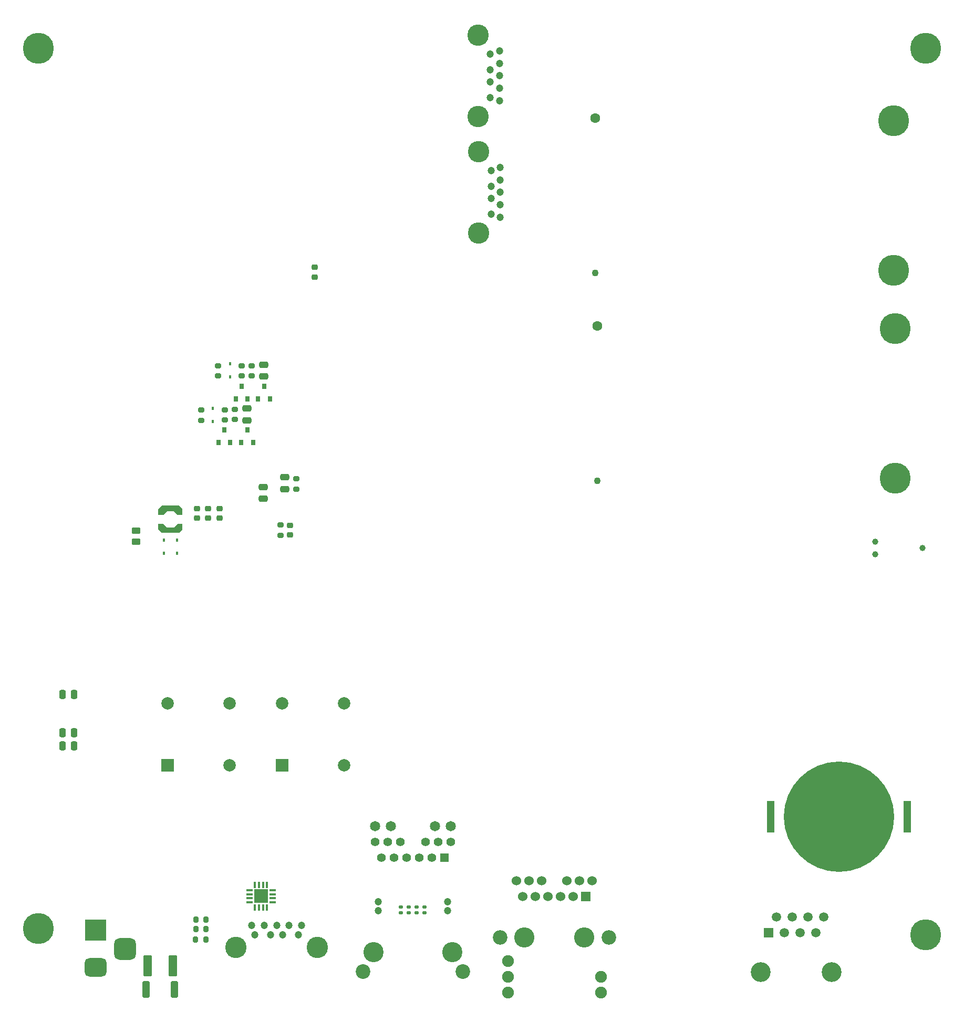
<source format=gbr>
%TF.GenerationSoftware,KiCad,Pcbnew,5.99.0-unknown-4b436fa57~104~ubuntu20.04.1*%
%TF.CreationDate,2020-10-20T16:16:34-05:00*%
%TF.ProjectId,AP2100,41503231-3030-42e6-9b69-6361645f7063,rev?*%
%TF.SameCoordinates,Original*%
%TF.FileFunction,Soldermask,Bot*%
%TF.FilePolarity,Negative*%
%FSLAX46Y46*%
G04 Gerber Fmt 4.6, Leading zero omitted, Abs format (unit mm)*
G04 Created by KiCad (PCBNEW 5.99.0-unknown-4b436fa57~104~ubuntu20.04.1) date 2020-10-20 16:16:34*
%MOMM*%
%LPD*%
G01*
G04 APERTURE LIST*
G04 Aperture macros list*
%AMRoundRect*
0 Rectangle with rounded corners*
0 $1 Rounding radius*
0 $2 $3 $4 $5 $6 $7 $8 $9 X,Y pos of 4 corners*
0 Add a 4 corners polygon primitive as box body*
4,1,4,$2,$3,$4,$5,$6,$7,$8,$9,$2,$3,0*
0 Add four circle primitives for the rounded corners*
1,1,$1+$1,$2,$3,0*
1,1,$1+$1,$4,$5,0*
1,1,$1+$1,$6,$7,0*
1,1,$1+$1,$8,$9,0*
0 Add four rect primitives between the rounded corners*
20,1,$1+$1,$2,$3,$4,$5,0*
20,1,$1+$1,$4,$5,$6,$7,0*
20,1,$1+$1,$6,$7,$8,$9,0*
20,1,$1+$1,$8,$9,$2,$3,0*%
G04 Aperture macros list end*
%ADD10C,1.200000*%
%ADD11C,3.450000*%
%ADD12C,2.900000*%
%ADD13C,5.000000*%
%ADD14C,1.100000*%
%ADD15C,1.600000*%
%ADD16R,2.000000X2.000000*%
%ADD17C,2.000000*%
%ADD18R,1.530000X1.530000*%
%ADD19C,1.530000*%
%ADD20C,1.905000*%
%ADD21C,3.251200*%
%ADD22C,2.355000*%
%ADD23C,0.990600*%
%ADD24R,3.500000X3.500000*%
%ADD25RoundRect,0.750000X1.000000X-0.750000X1.000000X0.750000X-1.000000X0.750000X-1.000000X-0.750000X0*%
%ADD26RoundRect,0.875000X0.875000X-0.875000X0.875000X0.875000X-0.875000X0.875000X-0.875000X-0.875000X0*%
%ADD27R,1.398000X1.398000*%
%ADD28C,1.398000*%
%ADD29C,1.650000*%
%ADD30C,2.362500*%
%ADD31C,3.250000*%
%ADD32C,3.200000*%
%ADD33R,1.500000X1.500000*%
%ADD34C,1.500000*%
%ADD35RoundRect,0.200000X-0.275000X0.200000X-0.275000X-0.200000X0.275000X-0.200000X0.275000X0.200000X0*%
%ADD36RoundRect,0.140000X-0.170000X0.140000X-0.170000X-0.140000X0.170000X-0.140000X0.170000X0.140000X0*%
%ADD37R,0.800000X0.900000*%
%ADD38RoundRect,0.250000X-0.475000X0.250000X-0.475000X-0.250000X0.475000X-0.250000X0.475000X0.250000X0*%
%ADD39RoundRect,0.249999X0.450001X1.450001X-0.450001X1.450001X-0.450001X-1.450001X0.450001X-1.450001X0*%
%ADD40RoundRect,0.225000X-0.250000X0.225000X-0.250000X-0.225000X0.250000X-0.225000X0.250000X0.225000X0*%
%ADD41RoundRect,0.200000X0.200000X0.275000X-0.200000X0.275000X-0.200000X-0.275000X0.200000X-0.275000X0*%
%ADD42RoundRect,0.225000X0.250000X-0.225000X0.250000X0.225000X-0.250000X0.225000X-0.250000X-0.225000X0*%
%ADD43R,0.450000X0.600000*%
%ADD44RoundRect,0.250000X-0.250000X-0.475000X0.250000X-0.475000X0.250000X0.475000X-0.250000X0.475000X0*%
%ADD45R,1.270000X5.080000*%
%ADD46C,17.800000*%
%ADD47RoundRect,0.250000X-0.450000X0.262500X-0.450000X-0.262500X0.450000X-0.262500X0.450000X0.262500X0*%
%ADD48RoundRect,0.250000X-0.362500X-1.075000X0.362500X-1.075000X0.362500X1.075000X-0.362500X1.075000X0*%
%ADD49RoundRect,0.250000X0.475000X-0.250000X0.475000X0.250000X-0.475000X0.250000X-0.475000X-0.250000X0*%
%ADD50R,1.000000X0.350000*%
%ADD51R,0.350000X1.000000*%
%ADD52R,2.250000X2.250000*%
G04 APERTURE END LIST*
D10*
%TO.C,J9*%
X38379400Y-149021800D03*
X40879400Y-149021800D03*
X42879400Y-149021800D03*
X45379400Y-149021800D03*
X45879400Y-147521800D03*
X43879400Y-147521800D03*
X41879400Y-147521800D03*
X39879400Y-147521800D03*
X37879400Y-147521800D03*
D11*
X35309400Y-151021800D03*
X48449400Y-151021800D03*
%TD*%
D12*
%TO.C,H3*%
X3500000Y-148000000D03*
D13*
X3500000Y-148000000D03*
%TD*%
%TO.C,H1*%
X3500000Y-6000000D03*
D12*
X3500000Y-6000000D03*
%TD*%
%TO.C,H4*%
X146500000Y-149000000D03*
D13*
X146500000Y-149000000D03*
%TD*%
%TO.C,J6*%
X141598200Y-75396800D03*
D14*
X93548200Y-75796800D03*
D13*
X141598200Y-51196800D03*
D15*
X93548200Y-50796800D03*
%TD*%
D16*
%TO.C,T1*%
X24281185Y-121689396D03*
D17*
X24281185Y-111689396D03*
X34281185Y-121689396D03*
X34281185Y-111689396D03*
%TD*%
D18*
%TO.C,J7*%
X91744800Y-142875000D03*
D19*
X89712800Y-142875000D03*
X87680800Y-142875000D03*
X85648800Y-142875000D03*
X83616800Y-142875000D03*
X81584800Y-142875000D03*
X92760800Y-140335000D03*
X90728800Y-140335000D03*
X88696800Y-140335000D03*
X84632800Y-140335000D03*
X82600800Y-140335000D03*
X80568800Y-140335000D03*
D20*
X94183200Y-155829000D03*
X94183200Y-158369000D03*
X79146400Y-153289000D03*
X79146400Y-155829000D03*
X79146400Y-158369000D03*
D21*
X91490800Y-149479000D03*
X81838800Y-149479000D03*
D22*
X95453200Y-149479000D03*
X77876400Y-149479000D03*
%TD*%
D23*
%TO.C,J3*%
X145999200Y-86614000D03*
X138379200Y-87630000D03*
X138379200Y-85598000D03*
%TD*%
D16*
%TO.C,T2*%
X42793413Y-121689396D03*
D17*
X42793413Y-111689396D03*
X52793413Y-121689396D03*
X52793413Y-111689396D03*
%TD*%
D24*
%TO.C,J2*%
X12745093Y-148279275D03*
D25*
X12745093Y-154279275D03*
D26*
X17445093Y-151279275D03*
%TD*%
D27*
%TO.C,J1*%
X68910200Y-136550400D03*
D28*
X66878200Y-136550400D03*
X64846200Y-136550400D03*
X62814200Y-136550400D03*
X60782200Y-136550400D03*
X58750200Y-136550400D03*
X69926200Y-134010400D03*
X67894200Y-134010400D03*
X65862200Y-134010400D03*
X61798200Y-134010400D03*
X59766200Y-134010400D03*
X57734200Y-134010400D03*
D10*
X69418200Y-143660400D03*
X58242200Y-143660400D03*
X69418200Y-145150400D03*
X58242200Y-145150400D03*
D29*
X69926200Y-131470400D03*
X67386200Y-131470400D03*
X60274200Y-131470400D03*
X57734200Y-131470400D03*
D30*
X71895200Y-154965400D03*
X55765200Y-154965400D03*
D31*
X70180200Y-151790400D03*
X57480200Y-151790400D03*
%TD*%
D12*
%TO.C,H2*%
X146500000Y-6000000D03*
D13*
X146500000Y-6000000D03*
%TD*%
D32*
%TO.C,J4*%
X131292600Y-155016200D03*
X119862600Y-155016200D03*
D33*
X121132600Y-148666200D03*
D34*
X122402600Y-146126200D03*
X123672600Y-148666200D03*
X124942600Y-146126200D03*
X126212600Y-148666200D03*
X127482600Y-146126200D03*
X128752600Y-148666200D03*
X130022600Y-146126200D03*
%TD*%
D10*
%TO.C,J10*%
X76327000Y-6959600D03*
X76327000Y-9459600D03*
X76327000Y-11459600D03*
X76327000Y-13959600D03*
X77827000Y-14459600D03*
X77827000Y-12459600D03*
X77827000Y-10459600D03*
X77827000Y-8459600D03*
X77827000Y-6459600D03*
D11*
X74327000Y-3889600D03*
X74327000Y-17029600D03*
%TD*%
D14*
%TO.C,J5*%
X93243400Y-42268800D03*
D15*
X93243400Y-17268800D03*
D13*
X141293400Y-41868800D03*
X141293400Y-17668800D03*
%TD*%
D10*
%TO.C,J8*%
X76428600Y-25755600D03*
X76428600Y-28255600D03*
X76428600Y-30255600D03*
X76428600Y-32755600D03*
X77928600Y-33255600D03*
X77928600Y-31255600D03*
X77928600Y-29255600D03*
X77928600Y-27255600D03*
X77928600Y-25255600D03*
D11*
X74428600Y-22685600D03*
X74428600Y-35825600D03*
%TD*%
D35*
%TO.C,R40*%
X32461200Y-57239400D03*
X32461200Y-58889400D03*
%TD*%
D36*
%TO.C,C82*%
X63152200Y-144515153D03*
X63152200Y-145475153D03*
%TD*%
D37*
%TO.C,D16*%
X38095000Y-69596000D03*
X36195000Y-69596000D03*
X37145000Y-67596000D03*
%TD*%
D38*
%TO.C,C110*%
X37050999Y-64140001D03*
X37050999Y-66040001D03*
%TD*%
D35*
%TO.C,R31*%
X37896800Y-57227200D03*
X37896800Y-58877200D03*
%TD*%
D39*
%TO.C,C103*%
X25182000Y-154051000D03*
X21082000Y-154051000D03*
%TD*%
D40*
%TO.C,C119*%
X32690385Y-80275800D03*
X32690385Y-81825800D03*
%TD*%
D35*
%TO.C,R28*%
X45085000Y-75464400D03*
X45085000Y-77114400D03*
%TD*%
D41*
%TO.C,R23*%
X30492715Y-146554800D03*
X28842715Y-146554800D03*
%TD*%
D36*
%TO.C,C88*%
X65735200Y-144514954D03*
X65735200Y-145474954D03*
%TD*%
D42*
%TO.C,C117*%
X48031400Y-42913600D03*
X48031400Y-41363600D03*
%TD*%
D43*
%TO.C,D11*%
X23749585Y-85353800D03*
X23749585Y-87453800D03*
%TD*%
D36*
%TO.C,C81*%
X61933000Y-144514954D03*
X61933000Y-145474954D03*
%TD*%
D43*
%TO.C,D12*%
X25857785Y-85353800D03*
X25857785Y-87453800D03*
%TD*%
D44*
%TO.C,C96*%
X7334985Y-116411706D03*
X9234985Y-116411706D03*
%TD*%
D35*
%TO.C,R39*%
X29718000Y-64390000D03*
X29718000Y-66040000D03*
%TD*%
D36*
%TO.C,C86*%
X64409465Y-144514954D03*
X64409465Y-145474954D03*
%TD*%
D44*
%TO.C,C98*%
X7341185Y-110286800D03*
X9241185Y-110286800D03*
%TD*%
D45*
%TO.C,BT1*%
X143485000Y-130000000D03*
X121515000Y-130000000D03*
D46*
X132500000Y-130000000D03*
%TD*%
D44*
%TO.C,C97*%
X7334985Y-118516306D03*
X9234985Y-118516306D03*
%TD*%
%TO.C,L9*%
G36*
X25935584Y-81254200D02*
G01*
X25340584Y-80674200D01*
X24190585Y-80674199D01*
X23595585Y-81254199D01*
X22820585Y-81254199D01*
X22820585Y-80364199D01*
X23370585Y-79804200D01*
X26160585Y-79804201D01*
X26710585Y-80364200D01*
X26710584Y-81254200D01*
X25935584Y-81254200D01*
G37*
G36*
X26160585Y-84204200D02*
G01*
X23370585Y-84204199D01*
X22820585Y-83644200D01*
X22820586Y-82754200D01*
X23595586Y-82754200D01*
X24190586Y-83334200D01*
X25340585Y-83334201D01*
X25935585Y-82754201D01*
X26710585Y-82754201D01*
X26710585Y-83644201D01*
X26160585Y-84204200D01*
G37*
%TD*%
D37*
%TO.C,D17*%
X40795001Y-62588600D03*
X38895001Y-62588600D03*
X39845001Y-60588600D03*
%TD*%
D40*
%TO.C,C106*%
X29032785Y-80275800D03*
X29032785Y-81825800D03*
%TD*%
D37*
%TO.C,Q2*%
X34417000Y-69596000D03*
X32517000Y-69596000D03*
X33467000Y-67596000D03*
%TD*%
D35*
%TO.C,R32*%
X36271200Y-57215000D03*
X36271200Y-58865000D03*
%TD*%
%TO.C,R51*%
X42519600Y-82918800D03*
X42519600Y-84568800D03*
%TD*%
D47*
%TO.C,R24*%
X19228385Y-83823800D03*
X19228385Y-85648800D03*
%TD*%
D38*
%TO.C,C109*%
X39751000Y-76774000D03*
X39751000Y-78674000D03*
%TD*%
D48*
%TO.C,R21*%
X20801500Y-157835600D03*
X25426500Y-157835600D03*
%TD*%
D43*
%TO.C,D15*%
X34366200Y-56951400D03*
X34366200Y-59051400D03*
%TD*%
D41*
%TO.C,R22*%
X30492715Y-148125200D03*
X28842715Y-148125200D03*
%TD*%
D49*
%TO.C,C108*%
X43180000Y-77110400D03*
X43180000Y-75210400D03*
%TD*%
D35*
%TO.C,R30*%
X33549000Y-64336000D03*
X33549000Y-65986000D03*
%TD*%
D40*
%TO.C,C107*%
X30861585Y-80275800D03*
X30861585Y-81825800D03*
%TD*%
D50*
%TO.C,IC10*%
X37520000Y-143773800D03*
X37520000Y-143123800D03*
X37520000Y-142473800D03*
X37520000Y-141823800D03*
D51*
X38395000Y-140948800D03*
X39045000Y-140948800D03*
X39695000Y-140948800D03*
X40345000Y-140948800D03*
D50*
X41220000Y-141823800D03*
X41220000Y-142473800D03*
X41220000Y-143123800D03*
X41220000Y-143773800D03*
D51*
X40345000Y-144648800D03*
X39695000Y-144648800D03*
X39045000Y-144648800D03*
X38395000Y-144648800D03*
D52*
X39370000Y-142798800D03*
%TD*%
D43*
%TO.C,D14*%
X31623000Y-64101000D03*
X31623000Y-66201000D03*
%TD*%
D35*
%TO.C,R29*%
X35179000Y-64263000D03*
X35179000Y-65913000D03*
%TD*%
D41*
%TO.C,R20*%
X30455115Y-149783800D03*
X28805115Y-149783800D03*
%TD*%
D40*
%TO.C,C126*%
X44069000Y-82955800D03*
X44069000Y-84505800D03*
%TD*%
D38*
%TO.C,C111*%
X39794200Y-57066600D03*
X39794200Y-58966600D03*
%TD*%
D37*
%TO.C,Q3*%
X37203400Y-62588600D03*
X35303400Y-62588600D03*
X36253400Y-60588600D03*
%TD*%
M02*

</source>
